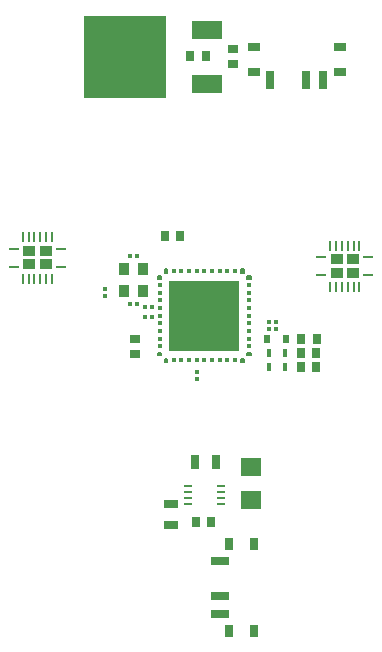
<source format=gbp>
G75*
%MOIN*%
%OFA0B0*%
%FSLAX24Y24*%
%IPPOS*%
%LPD*%
%AMOC8*
5,1,8,0,0,1.08239X$1,22.5*
%
%ADD10C,0.0052*%
%ADD11R,0.0177X0.0130*%
%ADD12R,0.0130X0.0177*%
%ADD13R,0.2362X0.2362*%
%ADD14R,0.0335X0.0110*%
%ADD15R,0.0110X0.0335*%
%ADD16R,0.0421X0.0323*%
%ADD17R,0.0118X0.0118*%
%ADD18R,0.0354X0.0394*%
%ADD19R,0.0276X0.0354*%
%ADD20R,0.0354X0.0276*%
%ADD21R,0.0236X0.0315*%
%ADD22R,0.0138X0.0315*%
%ADD23R,0.0266X0.0098*%
%ADD24R,0.0472X0.0315*%
%ADD25R,0.0709X0.0630*%
%ADD26R,0.0591X0.0276*%
%ADD27R,0.0315X0.0394*%
%ADD28R,0.0315X0.0472*%
%ADD29R,0.0276X0.0591*%
%ADD30R,0.0394X0.0315*%
%ADD31R,0.0984X0.0591*%
%ADD32R,0.2756X0.2756*%
D10*
X012473Y016475D02*
X012473Y016599D01*
X012473Y016475D02*
X012395Y016475D01*
X012395Y016599D01*
X012473Y016599D01*
X012473Y016526D02*
X012395Y016526D01*
X012395Y016577D02*
X012473Y016577D01*
X012285Y016710D02*
X012161Y016710D01*
X012161Y016788D01*
X012285Y016788D01*
X012285Y016710D01*
X012285Y016761D02*
X012161Y016761D01*
X012161Y019269D02*
X012285Y019269D01*
X012161Y019269D02*
X012161Y019347D01*
X012285Y019347D01*
X012285Y019269D01*
X012285Y019320D02*
X012161Y019320D01*
X012395Y019457D02*
X012395Y019581D01*
X012473Y019581D01*
X012473Y019457D01*
X012395Y019457D01*
X012395Y019508D02*
X012473Y019508D01*
X012473Y019559D02*
X012395Y019559D01*
X014954Y019581D02*
X014954Y019457D01*
X014954Y019581D02*
X015032Y019581D01*
X015032Y019457D01*
X014954Y019457D01*
X014954Y019508D02*
X015032Y019508D01*
X015032Y019559D02*
X014954Y019559D01*
X015143Y019347D02*
X015267Y019347D01*
X015267Y019269D01*
X015143Y019269D01*
X015143Y019347D01*
X015143Y019320D02*
X015267Y019320D01*
X015267Y016788D02*
X015143Y016788D01*
X015267Y016788D02*
X015267Y016710D01*
X015143Y016710D01*
X015143Y016788D01*
X015143Y016761D02*
X015267Y016761D01*
X015032Y016599D02*
X015032Y016475D01*
X014954Y016475D01*
X014954Y016599D01*
X015032Y016599D01*
X015032Y016526D02*
X014954Y016526D01*
X014954Y016577D02*
X015032Y016577D01*
D11*
X015205Y017004D03*
X015205Y017260D03*
X015205Y017516D03*
X015205Y017772D03*
X015205Y018028D03*
X015205Y018284D03*
X015205Y018540D03*
X015205Y018796D03*
X015205Y019052D03*
X012223Y019052D03*
X012223Y018796D03*
X012223Y018540D03*
X012223Y018284D03*
X012223Y018028D03*
X012223Y017772D03*
X012223Y017516D03*
X012223Y017260D03*
X012223Y017004D03*
D12*
X012690Y016537D03*
X012946Y016537D03*
X013202Y016537D03*
X013458Y016537D03*
X013714Y016537D03*
X013970Y016537D03*
X014226Y016537D03*
X014481Y016537D03*
X014737Y016537D03*
X014737Y019519D03*
X014481Y019519D03*
X014226Y019519D03*
X013970Y019519D03*
X013714Y019519D03*
X013458Y019519D03*
X013202Y019519D03*
X012946Y019519D03*
X012690Y019519D03*
D13*
X013714Y018028D03*
D14*
X017616Y019393D03*
X017616Y019983D03*
X019171Y019983D03*
X019171Y019393D03*
X008931Y019663D03*
X008931Y020253D03*
X007376Y020253D03*
X007376Y019663D03*
D15*
X007662Y019269D03*
X007859Y019269D03*
X008055Y019269D03*
X008252Y019269D03*
X008449Y019269D03*
X008646Y019269D03*
X008646Y020637D03*
X008449Y020637D03*
X008252Y020637D03*
X008055Y020637D03*
X007859Y020637D03*
X007662Y020637D03*
X017902Y020367D03*
X018099Y020367D03*
X018295Y020367D03*
X018492Y020367D03*
X018689Y020367D03*
X018886Y020367D03*
X018886Y018999D03*
X018689Y018999D03*
X018492Y018999D03*
X018295Y018999D03*
X018099Y018999D03*
X017902Y018999D03*
D16*
X018124Y019468D03*
X018124Y019909D03*
X018663Y019909D03*
X018663Y019468D03*
X008423Y019738D03*
X008423Y020179D03*
X007884Y020179D03*
X007884Y019738D03*
D17*
X010415Y018932D03*
X010415Y018695D03*
X011223Y018414D03*
X011467Y018414D03*
X011725Y018334D03*
X011969Y018334D03*
X011968Y017988D03*
X011724Y017988D03*
X013468Y016145D03*
X013468Y015909D03*
X015865Y017582D03*
X015871Y017806D03*
X016115Y017806D03*
X016109Y017582D03*
X011483Y020008D03*
X011239Y020008D03*
D18*
X011048Y019571D03*
X011658Y019571D03*
X011658Y018842D03*
X011048Y018842D03*
D19*
X012403Y020671D03*
X012915Y020671D03*
X016948Y017268D03*
X016938Y016798D03*
X016938Y016318D03*
X017450Y016318D03*
X017450Y016798D03*
X017460Y017268D03*
X013954Y011159D03*
X013442Y011159D03*
X013245Y026681D03*
X013757Y026681D03*
D20*
X014674Y026925D03*
X014674Y026413D03*
X011413Y017264D03*
X011413Y016752D03*
D21*
X015819Y017268D03*
X016449Y017268D03*
D22*
X016409Y016798D03*
X016409Y016318D03*
X015858Y016318D03*
X015858Y016798D03*
D23*
X014270Y012353D03*
X014270Y012157D03*
X014270Y011960D03*
X014270Y011763D03*
X013158Y011763D03*
X013158Y011960D03*
X013158Y012157D03*
X013158Y012353D03*
D24*
X012618Y011049D03*
X012618Y011758D03*
D25*
X015287Y011872D03*
X015287Y012974D03*
D26*
X014254Y009857D03*
X014254Y008676D03*
X014254Y008085D03*
D27*
X014530Y007534D03*
X015357Y007534D03*
X015357Y010408D03*
X014530Y010408D03*
D28*
X014108Y013158D03*
X013399Y013158D03*
D29*
X015911Y025883D03*
X017092Y025883D03*
X017682Y025883D03*
D30*
X018233Y026158D03*
X018233Y026985D03*
X015359Y026985D03*
X015359Y026158D03*
D31*
X013800Y025756D03*
X013800Y027567D03*
D32*
X011084Y026661D03*
M02*

</source>
